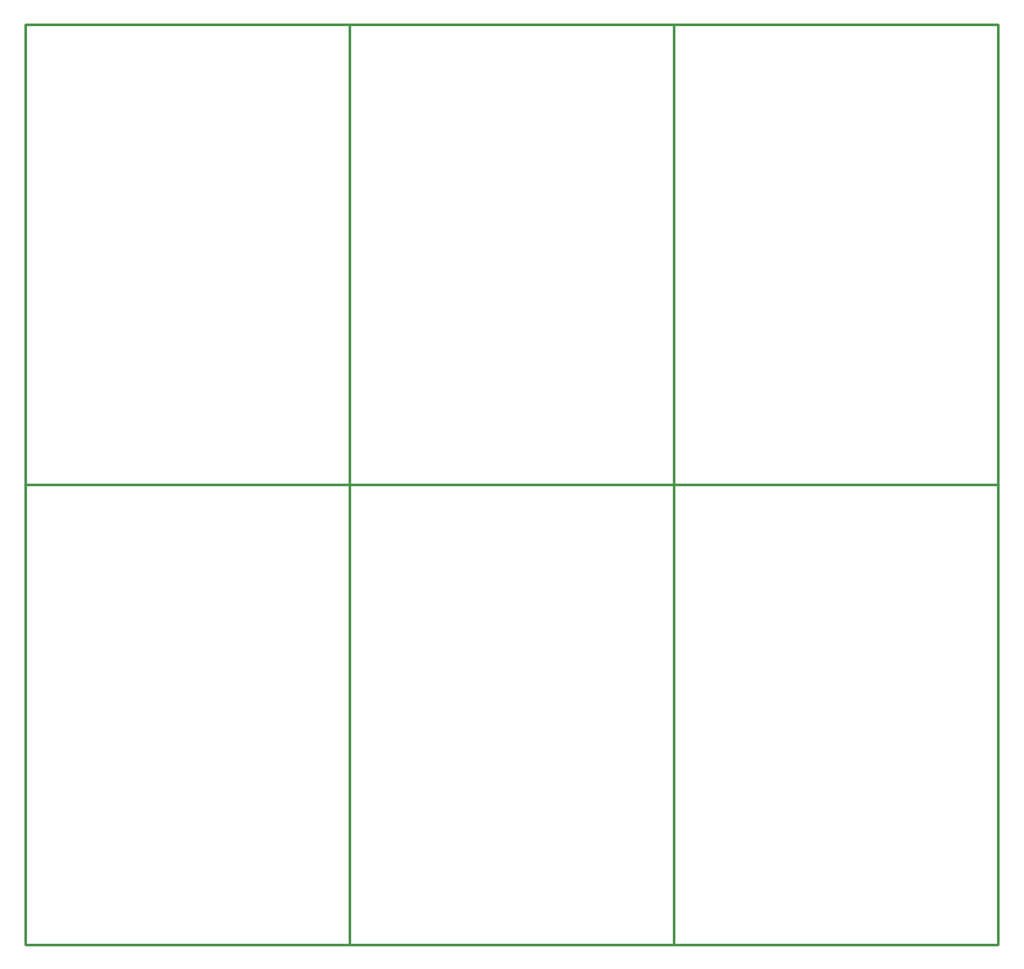
<source format=gm1>
G04 #@! TF.FileFunction,Profile,NP*
%FSLAX46Y46*%
G04 Gerber Fmt 4.6, Leading zero omitted, Abs format (unit mm)*
G04 Created by KiCad (PCBNEW 4.0.1-2.201512121406+6195~38~ubuntu15.10.1-stable) date Monday, December 14, 2015 PM10:58:21 HKT*
%MOMM*%
G01*
G04 APERTURE LIST*
%ADD10C,0.100000*%
%ADD11C,0.254000*%
G04 APERTURE END LIST*
D10*
D11*
X0Y0D02*
X94488000Y0D01*
X0Y44704000D02*
X94488000Y44704000D01*
X0Y89408000D02*
X94488000Y89408000D01*
X94488000Y89408000D02*
X94488000Y0D01*
X62992000Y89408000D02*
X62992000Y0D01*
X31496000Y89408000D02*
X31496000Y0D01*
X0Y89408000D02*
X0Y0D01*
M02*

</source>
